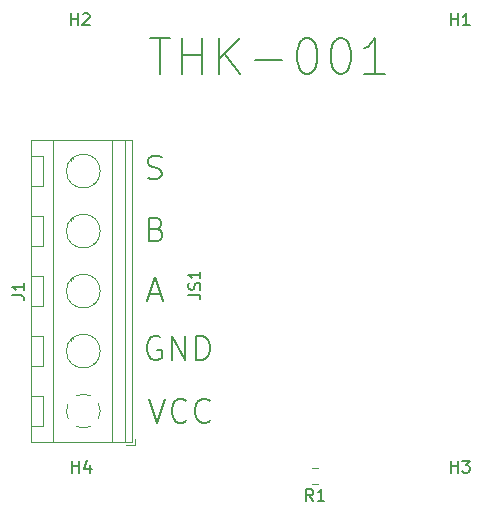
<source format=gbr>
G04 #@! TF.GenerationSoftware,KiCad,Pcbnew,(5.1.5)-3*
G04 #@! TF.CreationDate,2020-07-03T21:41:32-07:00*
G04 #@! TF.ProjectId,joystick,6a6f7973-7469-4636-9b2e-6b696361645f,rev?*
G04 #@! TF.SameCoordinates,Original*
G04 #@! TF.FileFunction,Legend,Top*
G04 #@! TF.FilePolarity,Positive*
%FSLAX46Y46*%
G04 Gerber Fmt 4.6, Leading zero omitted, Abs format (unit mm)*
G04 Created by KiCad (PCBNEW (5.1.5)-3) date 2020-07-03 21:41:32*
%MOMM*%
%LPD*%
G04 APERTURE LIST*
%ADD10C,0.150000*%
%ADD11C,0.120000*%
G04 APERTURE END LIST*
D10*
X94303571Y-41157142D02*
X96017857Y-41157142D01*
X95160714Y-44157142D02*
X95160714Y-41157142D01*
X97017857Y-44157142D02*
X97017857Y-41157142D01*
X97017857Y-42585714D02*
X98732142Y-42585714D01*
X98732142Y-44157142D02*
X98732142Y-41157142D01*
X100160714Y-44157142D02*
X100160714Y-41157142D01*
X101874999Y-44157142D02*
X100589285Y-42442857D01*
X101874999Y-41157142D02*
X100160714Y-42871428D01*
X103160714Y-43014285D02*
X105446428Y-43014285D01*
X107446428Y-41157142D02*
X107732142Y-41157142D01*
X108017857Y-41300000D01*
X108160714Y-41442857D01*
X108303571Y-41728571D01*
X108446428Y-42300000D01*
X108446428Y-43014285D01*
X108303571Y-43585714D01*
X108160714Y-43871428D01*
X108017857Y-44014285D01*
X107732142Y-44157142D01*
X107446428Y-44157142D01*
X107160714Y-44014285D01*
X107017857Y-43871428D01*
X106874999Y-43585714D01*
X106732142Y-43014285D01*
X106732142Y-42300000D01*
X106874999Y-41728571D01*
X107017857Y-41442857D01*
X107160714Y-41300000D01*
X107446428Y-41157142D01*
X110303571Y-41157142D02*
X110589285Y-41157142D01*
X110874999Y-41300000D01*
X111017857Y-41442857D01*
X111160714Y-41728571D01*
X111303571Y-42300000D01*
X111303571Y-43014285D01*
X111160714Y-43585714D01*
X111017857Y-43871428D01*
X110874999Y-44014285D01*
X110589285Y-44157142D01*
X110303571Y-44157142D01*
X110017857Y-44014285D01*
X109874999Y-43871428D01*
X109732142Y-43585714D01*
X109589285Y-43014285D01*
X109589285Y-42300000D01*
X109732142Y-41728571D01*
X109874999Y-41442857D01*
X110017857Y-41300000D01*
X110303571Y-41157142D01*
X114160714Y-44157142D02*
X112446428Y-44157142D01*
X113303571Y-44157142D02*
X113303571Y-41157142D01*
X113017857Y-41585714D01*
X112732142Y-41871428D01*
X112446428Y-42014285D01*
X94208333Y-71704761D02*
X94875000Y-73704761D01*
X95541666Y-71704761D01*
X97351190Y-73514285D02*
X97255952Y-73609523D01*
X96970238Y-73704761D01*
X96779761Y-73704761D01*
X96494047Y-73609523D01*
X96303571Y-73419047D01*
X96208333Y-73228571D01*
X96113095Y-72847619D01*
X96113095Y-72561904D01*
X96208333Y-72180952D01*
X96303571Y-71990476D01*
X96494047Y-71800000D01*
X96779761Y-71704761D01*
X96970238Y-71704761D01*
X97255952Y-71800000D01*
X97351190Y-71895238D01*
X99351190Y-73514285D02*
X99255952Y-73609523D01*
X98970238Y-73704761D01*
X98779761Y-73704761D01*
X98494047Y-73609523D01*
X98303571Y-73419047D01*
X98208333Y-73228571D01*
X98113095Y-72847619D01*
X98113095Y-72561904D01*
X98208333Y-72180952D01*
X98303571Y-71990476D01*
X98494047Y-71800000D01*
X98779761Y-71704761D01*
X98970238Y-71704761D01*
X99255952Y-71800000D01*
X99351190Y-71895238D01*
X95176190Y-66475000D02*
X94985714Y-66379761D01*
X94700000Y-66379761D01*
X94414285Y-66475000D01*
X94223809Y-66665476D01*
X94128571Y-66855952D01*
X94033333Y-67236904D01*
X94033333Y-67522619D01*
X94128571Y-67903571D01*
X94223809Y-68094047D01*
X94414285Y-68284523D01*
X94700000Y-68379761D01*
X94890476Y-68379761D01*
X95176190Y-68284523D01*
X95271428Y-68189285D01*
X95271428Y-67522619D01*
X94890476Y-67522619D01*
X96128571Y-68379761D02*
X96128571Y-66379761D01*
X97271428Y-68379761D01*
X97271428Y-66379761D01*
X98223809Y-68379761D02*
X98223809Y-66379761D01*
X98700000Y-66379761D01*
X98985714Y-66475000D01*
X99176190Y-66665476D01*
X99271428Y-66855952D01*
X99366666Y-67236904D01*
X99366666Y-67522619D01*
X99271428Y-67903571D01*
X99176190Y-68094047D01*
X98985714Y-68284523D01*
X98700000Y-68379761D01*
X98223809Y-68379761D01*
X94223809Y-62808333D02*
X95176190Y-62808333D01*
X94033333Y-63379761D02*
X94700000Y-61379761D01*
X95366666Y-63379761D01*
X94842857Y-57307142D02*
X95128571Y-57402380D01*
X95223809Y-57497619D01*
X95319047Y-57688095D01*
X95319047Y-57973809D01*
X95223809Y-58164285D01*
X95128571Y-58259523D01*
X94938095Y-58354761D01*
X94176190Y-58354761D01*
X94176190Y-56354761D01*
X94842857Y-56354761D01*
X95033333Y-56450000D01*
X95128571Y-56545238D01*
X95223809Y-56735714D01*
X95223809Y-56926190D01*
X95128571Y-57116666D01*
X95033333Y-57211904D01*
X94842857Y-57307142D01*
X94176190Y-57307142D01*
X94128571Y-53009523D02*
X94414285Y-53104761D01*
X94890476Y-53104761D01*
X95080952Y-53009523D01*
X95176190Y-52914285D01*
X95271428Y-52723809D01*
X95271428Y-52533333D01*
X95176190Y-52342857D01*
X95080952Y-52247619D01*
X94890476Y-52152380D01*
X94509523Y-52057142D01*
X94319047Y-51961904D01*
X94223809Y-51866666D01*
X94128571Y-51676190D01*
X94128571Y-51485714D01*
X94223809Y-51295238D01*
X94319047Y-51200000D01*
X94509523Y-51104761D01*
X94985714Y-51104761D01*
X95271428Y-51200000D01*
D11*
X108525052Y-78929300D02*
X108002548Y-78929300D01*
X108525052Y-77509300D02*
X108002548Y-77509300D01*
X89931275Y-72093329D02*
G75*
G02X90076000Y-72720200I-1285275J-626871D01*
G01*
X88018638Y-71434376D02*
G75*
G02X89273000Y-71434200I627362J-1285824D01*
G01*
X87360176Y-73347562D02*
G75*
G02X87360000Y-72093200I1285824J627362D01*
G01*
X89272746Y-74006811D02*
G75*
G02X88018000Y-74006200I-626746J1286611D01*
G01*
X90076940Y-72695920D02*
G75*
G02X89932000Y-73348200I-1430940J-24280D01*
G01*
X90076000Y-67640200D02*
G75*
G03X90076000Y-67640200I-1430000J0D01*
G01*
X90076000Y-62560200D02*
G75*
G03X90076000Y-62560200I-1430000J0D01*
G01*
X90076000Y-57480200D02*
G75*
G03X90076000Y-57480200I-1430000J0D01*
G01*
X90076000Y-52400200D02*
G75*
G03X90076000Y-52400200I-1430000J0D01*
G01*
X92196000Y-75320200D02*
X92196000Y-49800200D01*
X91096000Y-75320200D02*
X91096000Y-49800200D01*
X86096000Y-75320200D02*
X86096000Y-49800200D01*
X84186000Y-75320200D02*
X84186000Y-49800200D01*
X92756000Y-75320200D02*
X92756000Y-49800200D01*
X84186000Y-75320200D02*
X92756000Y-75320200D01*
X84186000Y-49800200D02*
X92756000Y-49800200D01*
X84246000Y-73970200D02*
X84246000Y-71470200D01*
X85246000Y-73970200D02*
X85246000Y-71470200D01*
X84246000Y-73970200D02*
X85246000Y-73970200D01*
X84246000Y-71470200D02*
X85246000Y-71470200D01*
X87736000Y-66555200D02*
X87795000Y-66615200D01*
X89691000Y-68510200D02*
X89731000Y-68550200D01*
X87561000Y-66729200D02*
X87601000Y-66769200D01*
X89496000Y-68664200D02*
X89556000Y-68724200D01*
X84246000Y-68890200D02*
X84246000Y-66390200D01*
X85246000Y-68890200D02*
X85246000Y-66390200D01*
X84246000Y-68890200D02*
X85246000Y-68890200D01*
X84246000Y-66390200D02*
X85246000Y-66390200D01*
X87736000Y-61475200D02*
X87795000Y-61535200D01*
X89691000Y-63430200D02*
X89731000Y-63470200D01*
X87561000Y-61649200D02*
X87601000Y-61689200D01*
X89496000Y-63584200D02*
X89556000Y-63644200D01*
X84246000Y-63810200D02*
X84246000Y-61310200D01*
X85246000Y-63810200D02*
X85246000Y-61310200D01*
X84246000Y-63810200D02*
X85246000Y-63810200D01*
X84246000Y-61310200D02*
X85246000Y-61310200D01*
X87736000Y-56395200D02*
X87795000Y-56455200D01*
X89691000Y-58350200D02*
X89731000Y-58390200D01*
X87561000Y-56569200D02*
X87601000Y-56609200D01*
X89496000Y-58504200D02*
X89556000Y-58564200D01*
X84246000Y-58730200D02*
X84246000Y-56230200D01*
X85246000Y-58730200D02*
X85246000Y-56230200D01*
X84246000Y-58730200D02*
X85246000Y-58730200D01*
X84246000Y-56230200D02*
X85246000Y-56230200D01*
X87736000Y-51315200D02*
X87795000Y-51375200D01*
X89691000Y-53270200D02*
X89731000Y-53310200D01*
X87561000Y-51489200D02*
X87601000Y-51529200D01*
X89496000Y-53424200D02*
X89556000Y-53484200D01*
X84246000Y-53650200D02*
X84246000Y-51150200D01*
X85246000Y-53650200D02*
X85246000Y-51150200D01*
X84246000Y-53650200D02*
X85246000Y-53650200D01*
X84246000Y-51150200D02*
X85246000Y-51150200D01*
X92256000Y-75560200D02*
X92996000Y-75560200D01*
X92996000Y-75560200D02*
X92996000Y-75060200D01*
D10*
X119786495Y-40041980D02*
X119786495Y-39041980D01*
X119786495Y-39518171D02*
X120357923Y-39518171D01*
X120357923Y-40041980D02*
X120357923Y-39041980D01*
X121357923Y-40041980D02*
X120786495Y-40041980D01*
X121072209Y-40041980D02*
X121072209Y-39041980D01*
X120976971Y-39184838D01*
X120881733Y-39280076D01*
X120786495Y-39327695D01*
X87604695Y-40041980D02*
X87604695Y-39041980D01*
X87604695Y-39518171D02*
X88176123Y-39518171D01*
X88176123Y-40041980D02*
X88176123Y-39041980D01*
X88604695Y-39137219D02*
X88652314Y-39089600D01*
X88747552Y-39041980D01*
X88985647Y-39041980D01*
X89080885Y-39089600D01*
X89128504Y-39137219D01*
X89176123Y-39232457D01*
X89176123Y-39327695D01*
X89128504Y-39470552D01*
X88557076Y-40041980D01*
X89176123Y-40041980D01*
X119786495Y-77926080D02*
X119786495Y-76926080D01*
X119786495Y-77402271D02*
X120357923Y-77402271D01*
X120357923Y-77926080D02*
X120357923Y-76926080D01*
X120738876Y-76926080D02*
X121357923Y-76926080D01*
X121024590Y-77307033D01*
X121167447Y-77307033D01*
X121262685Y-77354652D01*
X121310304Y-77402271D01*
X121357923Y-77497509D01*
X121357923Y-77735604D01*
X121310304Y-77830842D01*
X121262685Y-77878461D01*
X121167447Y-77926080D01*
X120881733Y-77926080D01*
X120786495Y-77878461D01*
X120738876Y-77830842D01*
X87718995Y-77926080D02*
X87718995Y-76926080D01*
X87718995Y-77402271D02*
X88290423Y-77402271D01*
X88290423Y-77926080D02*
X88290423Y-76926080D01*
X89195185Y-77259414D02*
X89195185Y-77926080D01*
X88957090Y-76878461D02*
X88718995Y-77592747D01*
X89338042Y-77592747D01*
X97546780Y-62865523D02*
X98261066Y-62865523D01*
X98403923Y-62913142D01*
X98499161Y-63008380D01*
X98546780Y-63151238D01*
X98546780Y-63246476D01*
X98499161Y-62436952D02*
X98546780Y-62294095D01*
X98546780Y-62056000D01*
X98499161Y-61960761D01*
X98451542Y-61913142D01*
X98356304Y-61865523D01*
X98261066Y-61865523D01*
X98165828Y-61913142D01*
X98118209Y-61960761D01*
X98070590Y-62056000D01*
X98022971Y-62246476D01*
X97975352Y-62341714D01*
X97927733Y-62389333D01*
X97832495Y-62436952D01*
X97737257Y-62436952D01*
X97642019Y-62389333D01*
X97594400Y-62341714D01*
X97546780Y-62246476D01*
X97546780Y-62008380D01*
X97594400Y-61865523D01*
X98546780Y-60913142D02*
X98546780Y-61484571D01*
X98546780Y-61198857D02*
X97546780Y-61198857D01*
X97689638Y-61294095D01*
X97784876Y-61389333D01*
X97832495Y-61484571D01*
X108097133Y-80321680D02*
X107763800Y-79845490D01*
X107525704Y-80321680D02*
X107525704Y-79321680D01*
X107906657Y-79321680D01*
X108001895Y-79369300D01*
X108049514Y-79416919D01*
X108097133Y-79512157D01*
X108097133Y-79655014D01*
X108049514Y-79750252D01*
X108001895Y-79797871D01*
X107906657Y-79845490D01*
X107525704Y-79845490D01*
X109049514Y-80321680D02*
X108478085Y-80321680D01*
X108763800Y-80321680D02*
X108763800Y-79321680D01*
X108668561Y-79464538D01*
X108573323Y-79559776D01*
X108478085Y-79607395D01*
X82638380Y-62893533D02*
X83352666Y-62893533D01*
X83495523Y-62941152D01*
X83590761Y-63036390D01*
X83638380Y-63179247D01*
X83638380Y-63274485D01*
X83638380Y-61893533D02*
X83638380Y-62464961D01*
X83638380Y-62179247D02*
X82638380Y-62179247D01*
X82781238Y-62274485D01*
X82876476Y-62369723D01*
X82924095Y-62464961D01*
M02*

</source>
